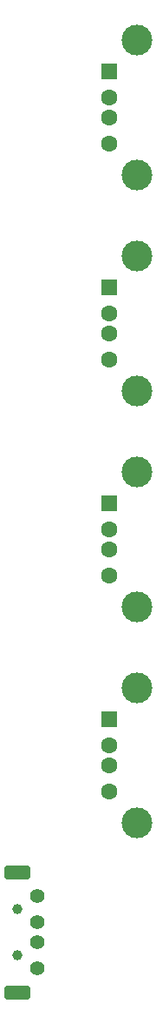
<source format=gbr>
%TF.GenerationSoftware,KiCad,Pcbnew,7.0.7*%
%TF.CreationDate,2024-02-11T16:58:00-05:00*%
%TF.ProjectId,HS8836A_USB_hub,48533838-3336-4415-9f55-53425f687562,rev?*%
%TF.SameCoordinates,Original*%
%TF.FileFunction,Soldermask,Bot*%
%TF.FilePolarity,Negative*%
%FSLAX46Y46*%
G04 Gerber Fmt 4.6, Leading zero omitted, Abs format (unit mm)*
G04 Created by KiCad (PCBNEW 7.0.7) date 2024-02-11 16:58:00*
%MOMM*%
%LPD*%
G01*
G04 APERTURE LIST*
G04 Aperture macros list*
%AMRoundRect*
0 Rectangle with rounded corners*
0 $1 Rounding radius*
0 $2 $3 $4 $5 $6 $7 $8 $9 X,Y pos of 4 corners*
0 Add a 4 corners polygon primitive as box body*
4,1,4,$2,$3,$4,$5,$6,$7,$8,$9,$2,$3,0*
0 Add four circle primitives for the rounded corners*
1,1,$1+$1,$2,$3*
1,1,$1+$1,$4,$5*
1,1,$1+$1,$6,$7*
1,1,$1+$1,$8,$9*
0 Add four rect primitives between the rounded corners*
20,1,$1+$1,$2,$3,$4,$5,0*
20,1,$1+$1,$4,$5,$6,$7,0*
20,1,$1+$1,$6,$7,$8,$9,0*
20,1,$1+$1,$8,$9,$2,$3,0*%
G04 Aperture macros list end*
%ADD10R,1.500000X1.600000*%
%ADD11C,1.600000*%
%ADD12C,3.000000*%
%ADD13RoundRect,0.350000X-0.950000X0.350000X-0.950000X-0.350000X0.950000X-0.350000X0.950000X0.350000X0*%
%ADD14C,1.400000*%
%ADD15C,1.000000*%
G04 APERTURE END LIST*
D10*
%TO.C,J4*%
X145840000Y-76300000D03*
D11*
X145840000Y-78800000D03*
X145840000Y-80800000D03*
X145840000Y-83300000D03*
D12*
X148550000Y-86370000D03*
X148550000Y-73230000D03*
%TD*%
D13*
%TO.C,Jr1*%
X136800000Y-144850000D03*
X136800000Y-133150000D03*
D14*
X138800000Y-135500000D03*
X138800000Y-138000000D03*
X138800000Y-140000000D03*
X138800000Y-142500000D03*
D15*
X136800000Y-141250000D03*
X136800000Y-136750000D03*
%TD*%
D12*
%TO.C,J5*%
X148550000Y-52230000D03*
X148550000Y-65370000D03*
D11*
X145840000Y-62300000D03*
X145840000Y-59800000D03*
X145840000Y-57800000D03*
D10*
X145840000Y-55300000D03*
%TD*%
%TO.C,J3*%
X145840000Y-97300000D03*
D11*
X145840000Y-99800000D03*
X145840000Y-101800000D03*
X145840000Y-104300000D03*
D12*
X148550000Y-107370000D03*
X148550000Y-94230000D03*
%TD*%
%TO.C,J2*%
X148550000Y-115230000D03*
X148550000Y-128370000D03*
D11*
X145840000Y-125300000D03*
X145840000Y-122800000D03*
X145840000Y-120800000D03*
D10*
X145840000Y-118300000D03*
%TD*%
M02*

</source>
